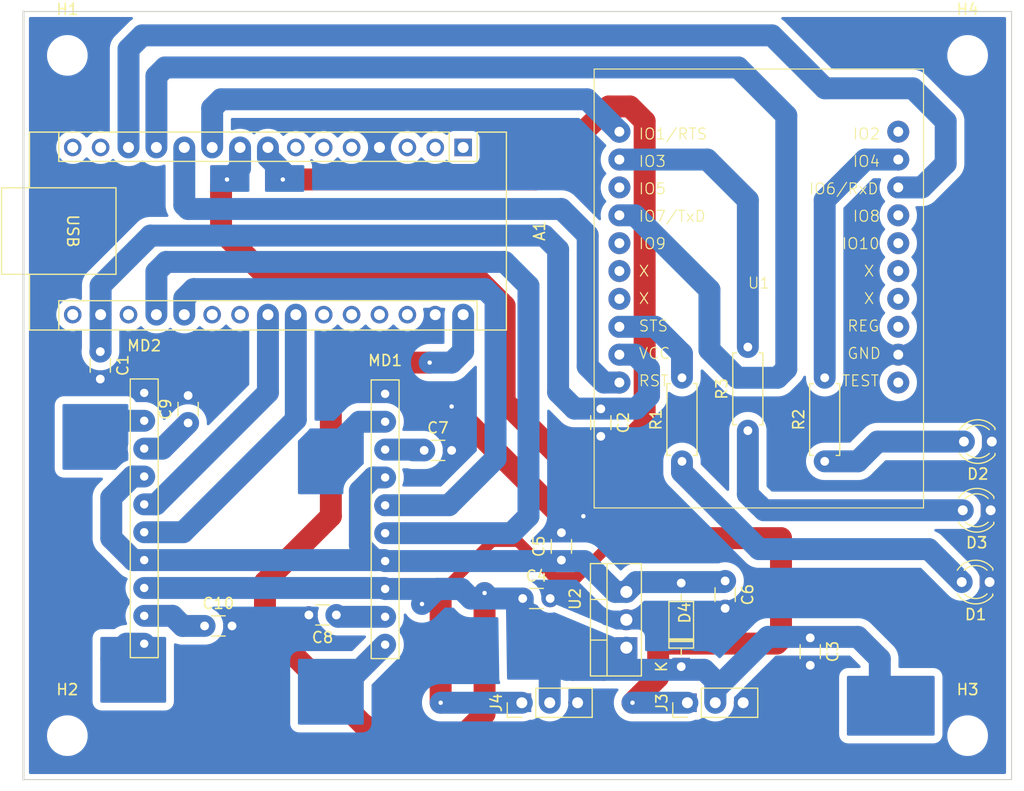
<source format=kicad_pcb>
(kicad_pcb (version 20221018) (generator pcbnew)
  (layers (0 "F.Cu" signal) (31 "B.Cu" signal) (34 "B.Paste" user) (35 "F.Paste" user) (36 "B.SilkS" user "B.Silkscreen") (37 "F.SilkS" user "F.Silkscreen") (38 "B.Mask" user) (39 "F.Mask" user) (44 "Edge.Cuts" user))
  (net 0 "")
  (net 4 "+BATT")
  (net 8 "+3.3V")
  (net 11 "Net-(D1-A)")
  (net 12 "Net-(D2-A)")
  (net 13 "Net-(D3-A)")
  (net 14 "M1OUT1")
  (net 15 "BUSY")
  (net 17 "XMIT")
  (net 18 "SLEEP")
  (net 20 "RX920")
  (net 21 "TX920")
  (net 29 "STATUS")
  (net 30 "REG")
  (net 31 "GND")
  (net 32 "RESET")
  (net 34 "M1IN1")
  (net 35 "M1IN2")
  (net 36 "+5V")
  (net 37 "M1OUT2")
  (net 38 "M2OUT1")
  (net 39 "M2IN1")
  (net 40 "M2IN2")
  (net 41 "M2OUT2")
  (net 42 "SERVO1")
  (net 43 "SERVO2")
  (net 52 "Net-(MD1-CD1)")
  (net 53 "Net-(MD1-CD2)")
  (net 54 "Net-(MD2-CD1)")
  (net 55 "Net-(MD2-CD2)")
  (footprint "Resistor_THT:R_Axial_DIN0207_L6.3mm_D2.5mm_P7.62mm_Horizontal" (layer "F.Cu") (at 154.981387 101 90)
    (fp_text reference "R2" (at 3.81 -2.37 90) (layer "F.SilkS"))
    (fp_text value "R")
    (fp_line (start 0.54 -1.37) (end 7.08 -1.37) (stroke (width 0.12)) (layer "F.SilkS"))
    (fp_line (start 0.54 -1.04) (end 0.54 -1.37) (stroke (width 0.12)) (layer "F.SilkS"))
    (fp_line (start 0.54 1.04) (end 0.54 1.37) (stroke (width 0.12)) (layer "F.SilkS"))
    (fp_line (start 0.54 1.37) (end 7.08 1.37) (stroke (width 0.12)) (layer "F.SilkS"))
    (fp_line (start 7.08 -1.37) (end 7.08 -1.04) (stroke (width 0.12)) (layer "F.SilkS"))
    (fp_line (start 7.08 1.37) (end 7.08 1.04) (stroke (width 0.12)) (layer "F.SilkS"))
    (pad "1" thru_hole circle (at 0 0 90) (size 1.6 1.6) (drill 0.8) (layers "*.Cu" "*.Mask") (net 12 "Net-(D2-A)"))
    (pad "2" thru_hole oval (at 7.62 0 90) (size 1.6 1.6) (drill 0.8) (layers "*.Cu" "*.Mask") (net 18 "SLEEP"))
  )
  (footprint "BA6222:BA6222" (layer "F.Cu") (at 93 92.22)
    (fp_text reference "MD2" (at 0 -1.76 unlocked) (layer "F.SilkS"))
    (fp_text value "~")
    (fp_rect (start -1.27 1.27) (end 1.27 26.67) (stroke (width 0.12)) (fill none) (layer "F.SilkS"))
    (pad "1" thru_hole circle (at 0 2.54) (size 1.524 1.524) (drill 0.762) (layers "*.Cu" "*.Mask") (net 31 "GND"))
    (pad "2" thru_hole circle (at 0 5.08) (size 1.524 1.524) (drill 0.762) (layers "*.Cu" "*.Mask") (net 38 "M2OUT1"))
    (pad "3" thru_hole circle (at 0 7.62) (size 1.524 1.524) (drill 0.762) (layers "*.Cu" "*.Mask") (net 54 "Net-(MD2-CD1)"))
    (pad "4" thru_hole circle (at 0 10.16) (size 1.524 1.524) (drill 0.762) (layers "*.Cu" "*.Mask") (net 36 "+5V"))
    (pad "5" thru_hole circle (at 0 12.7) (size 1.524 1.524) (drill 0.762) (layers "*.Cu" "*.Mask") (net 39 "M2IN1"))
    (pad "6" thru_hole circle (at 0 15.24) (size 1.524 1.524) (drill 0.762) (layers "*.Cu" "*.Mask") (net 40 "M2IN2"))
    (pad "7" thru_hole circle (at 0 17.78) (size 1.524 1.524) (drill 0.762) (layers "*.Cu" "*.Mask") (net 36 "+5V"))
    (pad "8" thru_hole circle (at 0 20.32) (size 1.524 1.524) (drill 0.762) (layers "*.Cu" "*.Mask") (net 4 "+BATT"))
    (pad "9" thru_hole circle (at 0 22.86) (size 1.524 1.524) (drill 0.762) (layers "*.Cu" "*.Mask") (net 55 "Net-(MD2-CD2)"))
    (pad "10" thru_hole circle (at 0 25.4) (size 1.524 1.524) (drill 0.762) (layers "*.Cu" "*.Mask") (net 41 "M2OUT2"))
  )
  (footprint "Module:Arduino_Nano" (layer "F.Cu") (at 122.05 72.39 -90)
    (fp_text reference "A1" (at 7.61 -6.95 90) (layer "F.SilkS"))
    (fp_text value "Arduino_Nano_Every")
    (fp_text user "USB" (at 7.62 35.56 -90 unlocked) (layer "F.SilkS"))
    (fp_line (start -1.4 -3.94) (end -1.4 -1.27) (stroke (width 0.12)) (layer "F.SilkS"))
    (fp_line (start -1.4 1.27) (end -1.4 39.5) (stroke (width 0.12)) (layer "F.SilkS"))
    (fp_line (start -1.4 39.5) (end 3.68 39.5) (stroke (width 0.12)) (layer "F.SilkS"))
    (fp_line (start 1.27 -1.27) (end -1.4 -1.27) (stroke (width 0.12)) (layer "F.SilkS"))
    (fp_line (start 1.27 1.27) (end -1.4 1.27) (stroke (width 0.12)) (layer "F.SilkS"))
    (fp_line (start 1.27 1.27) (end 1.27 -1.27) (stroke (width 0.12)) (layer "F.SilkS"))
    (fp_line (start 1.27 1.27) (end 1.27 36.83) (stroke (width 0.12)) (layer "F.SilkS"))
    (fp_line (start 1.27 36.83) (end -1.4 36.83) (stroke (width 0.12)) (layer "F.SilkS"))
    (fp_line (start 3.68 31.62) (end 11.56 31.62) (stroke (width 0.12)) (layer "F.SilkS"))
    (fp_line (start 3.68 42.04) (end 3.68 31.62) (stroke (width 0.12)) (layer "F.SilkS"))
    (fp_line (start 11.56 31.62) (end 11.56 42.04) (stroke (width 0.12)) (layer "F.SilkS"))
    (fp_line (start 11.56 42.04) (end 3.68 42.04) (stroke (width 0.12)) (layer "F.SilkS"))
    (fp_line (start 13.97 -1.27) (end 13.97 36.83) (stroke (width 0.12)) (layer "F.SilkS"))
    (fp_line (start 13.97 -1.27) (end 16.64 -1.27) (stroke (width 0.12)) (layer "F.SilkS"))
    (fp_line (start 13.97 36.83) (end 16.64 36.83) (stroke (width 0.12)) (layer "F.SilkS"))
    (fp_line (start 16.64 -3.94) (end -1.4 -3.94) (stroke (width 0.12)) (layer "F.SilkS"))
    (fp_line (start 16.64 39.5) (end 11.56 39.5) (stroke (width 0.12)) (layer "F.SilkS"))
    (fp_line (start 16.64 39.5) (end 16.64 -3.94) (stroke (width 0.12)) (layer "F.SilkS"))
    (pad "1" thru_hole rect (at 0 0 270) (size 1.6 1.6) (drill 1) (layers "*.Cu" "*.Mask"))
    (pad "2" thru_hole oval (at 0 2.54 270) (size 1.6 1.6) (drill 1) (layers "*.Cu" "*.Mask"))
    (pad "3" thru_hole oval (at 0 5.08 270) (size 1.6 1.6) (drill 1) (layers "*.Cu" "*.Mask"))
    (pad "4" thru_hole oval (at 0 7.62 270) (size 1.6 1.6) (drill 1) (layers "*.Cu" "*.Mask") (net 31 "GND"))
    (pad "5" thru_hole oval (at 0 10.16 270) (size 1.6 1.6) (drill 1) (layers "*.Cu" "*.Mask"))
    (pad "6" thru_hole oval (at 0 12.7 270) (size 1.6 1.6) (drill 1) (layers "*.Cu" "*.Mask"))
    (pad "7" thru_hole oval (at 0 15.24 270) (size 1.6 1.6) (drill 1) (layers "*.Cu" "*.Mask"))
    (pad "8" thru_hole oval (at 0 17.78 270) (size 1.6 1.6) (drill 1) (layers "*.Cu" "*.Mask") (net 42 "SERVO1"))
    (pad "9" thru_hole oval (at 0 20.32 270) (size 1.6 1.6) (drill 1) (layers "*.Cu" "*.Mask") (net 43 "SERVO2"))
    (pad "10" thru_hole oval (at 0 22.86 270) (size 1.6 1.6) (drill 1) (layers "*.Cu" "*.Mask") (net 15 "BUSY"))
    (pad "11" thru_hole oval (at 0 25.4 270) (size 1.6 1.6) (drill 1) (layers "*.Cu" "*.Mask") (net 32 "RESET"))
    (pad "12" thru_hole oval (at 0 27.94 270) (size 1.6 1.6) (drill 1) (layers "*.Cu" "*.Mask") (net 21 "TX920"))
    (pad "13" thru_hole oval (at 0 30.48 270) (size 1.6 1.6) (drill 1) (layers "*.Cu" "*.Mask") (net 20 "RX920"))
    (pad "14" thru_hole oval (at 0 33.02 270) (size 1.6 1.6) (drill 1) (layers "*.Cu" "*.Mask"))
    (pad "15" thru_hole oval (at 0 35.56 270) (size 1.6 1.6) (drill 1) (layers "*.Cu" "*.Mask"))
    (pad "16" thru_hole oval (at 15.24 35.56 270) (size 1.6 1.6) (drill 1) (layers "*.Cu" "*.Mask"))
    (pad "17" thru_hole oval (at 15.24 33.02 270) (size 1.6 1.6) (drill 1) (layers "*.Cu" "*.Mask") (net 8 "+3.3V"))
    (pad "18" thru_hole oval (at 15.24 30.48 270) (size 1.6 1.6) (drill 1) (layers "*.Cu" "*.Mask"))
    (pad "19" thru_hole oval (at 15.24 27.94 270) (size 1.6 1.6) (drill 1) (layers "*.Cu" "*.Mask") (net 35 "M1IN2"))
    (pad "20" thru_hole oval (at 15.24 25.4 270) (size 1.6 1.6) (drill 1) (layers "*.Cu" "*.Mask") (net 34 "M1IN1"))
    (pad "21" thru_hole oval (at 15.24 22.86 270) (size 1.6 1.6) (drill 1) (layers "*.Cu" "*.Mask"))
    (pad "22" thru_hole oval (at 15.24 20.32 270) (size 1.6 1.6) (drill 1) (layers "*.Cu" "*.Mask"))
    (pad "23" thru_hole oval (at 15.24 17.78 270) (size 1.6 1.6) (drill 1) (layers "*.Cu" "*.Mask") (net 39 "M2IN1"))
    (pad "24" thru_hole oval (at 15.24 15.24 270) (size 1.6 1.6) (drill 1) (layers "*.Cu" "*.Mask") (net 40 "M2IN2"))
    (pad "25" thru_hole oval (at 15.24 12.7 270) (size 1.6 1.6) (drill 1) (layers "*.Cu" "*.Mask"))
    (pad "26" thru_hole oval (at 15.24 10.16 270) (size 1.6 1.6) (drill 1) (layers "*.Cu" "*.Mask"))
    (pad "27" thru_hole oval (at 15.24 7.62 270) (size 1.6 1.6) (drill 1) (layers "*.Cu" "*.Mask"))
    (pad "28" thru_hole oval (at 15.24 5.08 270) (size 1.6 1.6) (drill 1) (layers "*.Cu" "*.Mask"))
    (pad "29" thru_hole oval (at 15.24 2.54 270) (size 1.6 1.6) (drill 1) (layers "*.Cu" "*.Mask") (net 31 "GND"))
    (pad "30" thru_hole oval (at 15.24 0 270) (size 1.6 1.6) (drill 1) (layers "*.Cu" "*.Mask") (net 4 "+BATT"))
  )
  (footprint "Capacitor_THT:C_Disc_D3.0mm_W1.6mm_P2.50mm" (layer "F.Cu") (at 118.5 100)
    (fp_text reference "C7" (at 1.25 -2.05) (layer "F.SilkS"))
    (fp_text value "C")
    (fp_line (start 0.621 -0.92) (end 1.879 -0.92) (stroke (width 0.12)) (layer "F.SilkS"))
    (fp_line (start 0.621 0.92) (end 1.879 0.92) (stroke (width 0.12)) (layer "F.SilkS"))
    (pad "1" thru_hole circle (at 0 0) (size 1.6 1.6) (drill 0.8) (layers "*.Cu" "*.Mask") (net 52 "Net-(MD1-CD1)"))
    (pad "2" thru_hole circle (at 2.5 0) (size 1.6 1.6) (drill 0.8) (layers "*.Cu" "*.Mask") (net 31 "GND"))
  )
  (footprint "Resistor_THT:R_Axial_DIN0207_L6.3mm_D2.5mm_P7.62mm_Horizontal" (layer "F.Cu") (at 147.981387 98.2 90)
    (fp_text reference "R3" (at 3.81 -2.37 90) (layer "F.SilkS"))
    (fp_text value "R")
    (fp_line (start 0.54 -1.37) (end 7.08 -1.37) (stroke (width 0.12)) (layer "F.SilkS"))
    (fp_line (start 0.54 -1.04) (end 0.54 -1.37) (stroke (width 0.12)) (layer "F.SilkS"))
    (fp_line (start 0.54 1.04) (end 0.54 1.37) (stroke (width 0.12)) (layer "F.SilkS"))
    (fp_line (start 0.54 1.37) (end 7.08 1.37) (stroke (width 0.12)) (layer "F.SilkS"))
    (fp_line (start 7.08 -1.37) (end 7.08 -1.04) (stroke (width 0.12)) (layer "F.SilkS"))
    (fp_line (start 7.08 1.37) (end 7.08 1.04) (stroke (width 0.12)) (layer "F.SilkS"))
    (pad "1" thru_hole circle (at 0 0 90) (size 1.6 1.6) (drill 0.8) (layers "*.Cu" "*.Mask") (net 13 "Net-(D3-A)"))
    (pad "2" thru_hole oval (at 7.62 0 90) (size 1.6 1.6) (drill 0.8) (layers "*.Cu" "*.Mask") (net 17 "XMIT"))
  )
  (footprint "Capacitor_THT:C_Disc_D3.0mm_W1.6mm_P2.50mm" (layer "F.Cu") (at 153.664332 117.08739 -90)
    (fp_text reference "C3" (at 1.25 -2.05 90) (layer "F.SilkS"))
    (fp_text value "0.1μ")
    (fp_line (start 0.621 -0.92) (end 1.879 -0.92) (stroke (width 0.12)) (layer "F.SilkS"))
    (fp_line (start 0.621 0.92) (end 1.879 0.92) (stroke (width 0.12)) (layer "F.SilkS"))
    (pad "1" thru_hole circle (at 0 0 270) (size 1.6 1.6) (drill 0.8) (layers "*.Cu" "*.Mask") (net 4 "+BATT"))
    (pad "2" thru_hole circle (at 2.5 0 270) (size 1.6 1.6) (drill 0.8) (layers "*.Cu" "*.Mask") (net 31 "GND"))
  )
  (footprint "Capacitor_THT:C_Disc_D3.0mm_W1.6mm_P2.50mm" (layer "F.Cu") (at 110.5 115 180)
    (fp_text reference "C8" (at 1.25 -2.05 180) (layer "F.SilkS"))
    (fp_text value "C")
    (fp_line (start 0.621 -0.92) (end 1.879 -0.92) (stroke (width 0.12)) (layer "F.SilkS"))
    (fp_line (start 0.621 0.92) (end 1.879 0.92) (stroke (width 0.12)) (layer "F.SilkS"))
    (pad "1" thru_hole circle (at 0 0 180) (size 1.6 1.6) (drill 0.8) (layers "*.Cu" "*.Mask") (net 53 "Net-(MD1-CD2)"))
    (pad "2" thru_hole circle (at 2.5 0 180) (size 1.6 1.6) (drill 0.8) (layers "*.Cu" "*.Mask") (net 31 "GND"))
  )
  (footprint "MountingHole:MountingHole_3.2mm_M3" (layer "F.Cu") (at 86 126)
    (fp_text reference "H2" (at 0 -4.2) (layer "F.SilkS"))
    (fp_text value "MountingHole")
    (pad "" np_thru_hole circle (at 0 0) (size 3.2 3.2) (drill 3.2) (layers "*.Cu" "*.Mask"))
  )
  (footprint "Capacitor_THT:C_Disc_D3.0mm_W1.6mm_P2.50mm" (layer "F.Cu") (at 127.475 113.5)
    (fp_text reference "C4" (at 1.25 -2.05) (layer "F.SilkS"))
    (fp_text value "10μ")
    (fp_line (start 0.621 -0.92) (end 1.879 -0.92) (stroke (width 0.12)) (layer "F.SilkS"))
    (fp_line (start 0.621 0.92) (end 1.879 0.92) (stroke (width 0.12)) (layer "F.SilkS"))
    (pad "1" thru_hole circle (at 0 0) (size 1.6 1.6) (drill 0.8) (layers "*.Cu" "*.Mask") (net 4 "+BATT"))
    (pad "2" thru_hole circle (at 2.5 0) (size 1.6 1.6) (drill 0.8) (layers "*.Cu" "*.Mask") (net 31 "GND"))
  )
  (footprint "Capacitor_THT:C_Disc_D3.0mm_W1.6mm_P2.50mm" (layer "F.Cu") (at 145.91396 111.89896 -90)
    (fp_text reference "C6" (at 1.25 -2.05 90) (layer "F.SilkS"))
    (fp_text value "0.1μ")
    (fp_line (start 0.621 -0.92) (end 1.879 -0.92) (stroke (width 0.12)) (layer "F.SilkS"))
    (fp_line (start 0.621 0.92) (end 1.879 0.92) (stroke (width 0.12)) (layer "F.SilkS"))
    (pad "1" thru_hole circle (at 0 0 270) (size 1.6 1.6) (drill 0.8) (layers "*.Cu" "*.Mask") (net 36 "+5V"))
    (pad "2" thru_hole circle (at 2.5 0 270) (size 1.6 1.6) (drill 0.8) (layers "*.Cu" "*.Mask") (net 31 "GND"))
  )
  (footprint "Connector_PinHeader_2.54mm:PinHeader_1x03_P2.54mm_Vertical" (layer "F.Cu") (at 142.475 123 90)
    (fp_text reference "J3" (at 0 -2.33 90) (layer "F.SilkS"))
    (fp_text value "Conn_01x03")
    (fp_line (start -1.33 -1.33) (end 0 -1.33) (stroke (width 0.12)) (layer "F.SilkS"))
    (fp_line (start -1.33 0) (end -1.33 -1.33) (stroke (width 0.12)) (layer "F.SilkS"))
    (fp_line (start -1.33 1.27) (end -1.33 6.41) (stroke (width 0.12)) (layer "F.SilkS"))
    (fp_line (start -1.33 1.27) (end 1.33 1.27) (stroke (width 0.12)) (layer "F.SilkS"))
    (fp_line (start -1.33 6.41) (end 1.33 6.41) (stroke (width 0.12)) (layer "F.SilkS"))
    (fp_line (start 1.33 1.27) (end 1.33 6.41) (stroke (width 0.12)) (layer "F.SilkS"))
    (pad "1" thru_hole rect (at 0 0 90) (size 1.7 1.7) (drill 1) (layers "*.Cu" "*.Mask") (net 42 "SERVO1"))
    (pad "2" thru_hole oval (at 0 2.54 90) (size 1.7 1.7) (drill 1) (layers "*.Cu" "*.Mask") (net 4 "+BATT"))
    (pad "3" thru_hole oval (at 0 5.08 90) (size 1.7 1.7) (drill 1) (layers "*.Cu" "*.Mask") (net 31 "GND"))
  )
  (footprint "Capacitor_THT:C_Disc_D3.0mm_W1.6mm_P2.50mm" (layer "F.Cu") (at 98.5 116)
    (fp_text reference "C10" (at 1.25 -2.05) (layer "F.SilkS"))
    (fp_text value "C")
    (fp_line (start 0.621 -0.92) (end 1.879 -0.92) (stroke (width 0.12)) (layer "F.SilkS"))
    (fp_line (start 0.621 0.92) (end 1.879 0.92) (stroke (width 0.12)) (layer "F.SilkS"))
    (pad "1" thru_hole circle (at 0 0) (size 1.6 1.6) (drill 0.8) (layers "*.Cu" "*.Mask") (net 55 "Net-(MD2-CD2)"))
    (pad "2" thru_hole circle (at 2.5 0) (size 1.6 1.6) (drill 0.8) (layers "*.Cu" "*.Mask") (net 31 "GND"))
  )
  (footprint "MountingHole:MountingHole_3.2mm_M3" (layer "F.Cu") (at 86 64)
    (fp_text reference "H1" (at 0 -4.2) (layer "F.SilkS"))
    (fp_text value "MountingHole")
    (pad "" np_thru_hole circle (at 0 0) (size 3.2 3.2) (drill 3.2) (layers "*.Cu" "*.Mask"))
  )
  (footprint "Capacitor_THT:C_Disc_D3.0mm_W1.6mm_P2.50mm" (layer "F.Cu") (at 89 91 -90)
    (fp_text reference "C1" (at 1.25 -2.05 -90) (layer "F.SilkS"))
    (fp_text value "10μ")
    (fp_line (start 0.621 -0.92) (end 1.879 -0.92) (stroke (width 0.12)) (layer "F.SilkS"))
    (fp_line (start 0.621 0.92) (end 1.879 0.92) (stroke (width 0.12)) (layer "F.SilkS"))
    (pad "1" thru_hole circle (at 0 0 270) (size 1.6 1.6) (drill 0.8) (layers "*.Cu" "*.Mask") (net 8 "+3.3V"))
    (pad "2" thru_hole circle (at 2.5 0 270) (size 1.6 1.6) (drill 0.8) (layers "*.Cu" "*.Mask") (net 31 "GND"))
  )
  (footprint "MountingHole:MountingHole_3.2mm_M3" (layer "F.Cu") (at 168 126)
    (fp_text reference "H3" (at 0 -4.2) (layer "F.SilkS"))
    (fp_text value "MountingHole")
    (pad "" np_thru_hole circle (at 0 0) (size 3.2 3.2) (drill 3.2) (layers "*.Cu" "*.Mask"))
  )
  (footprint "Connector_PinHeader_2.54mm:PinHeader_1x03_P2.54mm_Vertical" (layer "F.Cu") (at 127.395 123 90)
    (fp_text reference "J4" (at 0 -2.33 90) (layer "F.SilkS"))
    (fp_text value "Conn_01x03")
    (fp_line (start -1.33 -1.33) (end 0 -1.33) (stroke (width 0.12)) (layer "F.SilkS"))
    (fp_line (start -1.33 0) (end -1.33 -1.33) (stroke (width 0.12)) (layer "F.SilkS"))
    (fp_line (start -1.33 1.27) (end -1.33 6.41) (stroke (width 0.12)) (layer "F.SilkS"))
    (fp_line (start -1.33 1.27) (end 1.33 1.27) (stroke (width 0.12)) (layer "F.SilkS"))
    (fp_line (start -1.33 6.41) (end 1.33 6.41) (stroke (width 0.12)) (layer "F.SilkS"))
    (fp_line (start 1.33 1.27) (end 1.33 6.41) (stroke (width 0.12)) (layer "F.SilkS"))
    (pad "1" thru_hole rect (at 0 0 90) (size 1.7 1.7) (drill 1) (layers "*.Cu" "*.Mask") (net 43 "SERVO2"))
    (pad "2" thru_hole oval (at 0 2.54 90) (size 1.7 1.7) (drill 1) (layers "*.Cu" "*.Mask") (net 4 "+BATT"))
    (pad "3" thru_hole oval (at 0 5.08 90) (size 1.7 1.7) (drill 1) (layers "*.Cu" "*.Mask") (net 31 "GND"))
  )
  (footprint "Capacitor_THT:C_Disc_D3.0mm_W1.6mm_P2.50mm" (layer "F.Cu") (at 134.588652 96.21792 -90)
    (fp_text reference "C2" (at 1.25 -2.05 90) (layer "F.SilkS"))
    (fp_text value "0.1μ")
    (fp_line (start 0.621 -0.92) (end 1.879 -0.92) (stroke (width 0.12)) (layer "F.SilkS"))
    (fp_line (start 0.621 0.92) (end 1.879 0.92) (stroke (width 0.12)) (layer "F.SilkS"))
    (pad "1" thru_hole circle (at 0 0 270) (size 1.6 1.6) (drill 0.8) (layers "*.Cu" "*.Mask") (net 8 "+3.3V"))
    (pad "2" thru_hole circle (at 2.5 0 270) (size 1.6 1.6) (drill 0.8) (layers "*.Cu" "*.Mask") (net 31 "GND"))
  )
  (footprint "Resistor_THT:R_Axial_DIN0207_L6.3mm_D2.5mm_P7.62mm_Horizontal" (layer "F.Cu") (at 141.981387 101 90)
    (fp_text reference "R1" (at 3.81 -2.37 90) (layer "F.SilkS"))
    (fp_text value "R")
    (fp_line (start 0.54 -1.37) (end 7.08 -1.37) (stroke (width 0.12)) (layer "F.SilkS"))
    (fp_line (start 0.54 -1.04) (end 0.54 -1.37) (stroke (width 0.12)) (layer "F.SilkS"))
    (fp_line (start 0.54 1.04) (end 0.54 1.37) (stroke (width 0.12)) (layer "F.SilkS"))
    (fp_line (start 0.54 1.37) (end 7.08 1.37) (stroke (width 0.12)) (layer "F.SilkS"))
    (fp_line (start 7.08 -1.37) (end 7.08 -1.04) (stroke (width 0.12)) (layer "F.SilkS"))
    (fp_line (start 7.08 1.37) (end 7.08 1.04) (stroke (width 0.12)) (layer "F.SilkS"))
    (pad "1" thru_hole circle (at 0 0 90) (size 1.6 1.6) (drill 0.8) (layers "*.Cu" "*.Mask") (net 11 "Net-(D1-A)"))
    (pad "2" thru_hole oval (at 7.62 0 90) (size 1.6 1.6) (drill 0.8) (layers "*.Cu" "*.Mask") (net 29 "STATUS"))
  )
  (footprint "LED_THT:LED_D3.0mm" (layer "F.Cu") (at 170.202161 99.196457 180)
    (fp_text reference "D2" (at 1.27 -2.96) (layer "F.SilkS"))
    (fp_text value "LED")
    (fp_line (start -0.29 -1.236) (end -0.29 -1.08) (stroke (width 0.12)) (layer "F.SilkS"))
    (fp_line (start -0.29 1.08) (end -0.29 1.236) (stroke (width 0.12)) (layer "F.SilkS"))
    (fp_arc (start -0.29 -1.235516) (mid 1.366487 -1.987659) (end 2.942335 -1.078608) (stroke (width 0.12)) (layer "F.SilkS"))
    (fp_arc (start 0.229039 -1.08) (mid 1.270117 -1.5) (end 2.31113 -1.079837) (stroke (width 0.12)) (layer "F.SilkS"))
    (fp_arc (start 2.31113 1.079837) (mid 1.270117 1.5) (end 0.229039 1.08) (stroke (width 0.12)) (layer "F.SilkS"))
    (fp_arc (start 2.942335 1.078608) (mid 1.366487 1.987659) (end -0.29 1.235516) (stroke (width 0.12)) (layer "F.SilkS"))
    (pad "1" thru_hole rect (at 0 0 180) (size 1.8 1.8) (drill 0.9) (layers "*.Cu" "*.Mask") (net 31 "GND"))
    (pad "2" thru_hole circle (at 2.54 0 180) (size 1.8 1.8) (drill 0.9) (layers "*.Cu" "*.Mask") (net 12 "Net-(D2-A)"))
  )
  (footprint "Diode_THT:D_DO-35_SOD27_P7.62mm_Horizontal" (layer "F.Cu") (at 141.91396 119.70896 90)
    (fp_text reference "D4" (at 4.91104 0.31896 90) (layer "F.SilkS"))
    (fp_text value "D")
    (fp_text user "K" (at 0 -1.8 90) (layer "F.SilkS"))
    (fp_line (start 1.04 0) (end 1.69 0) (stroke (width 0.12)) (layer "F.SilkS"))
    (fp_line (start 1.69 -1.12) (end 1.69 1.12) (stroke (width 0.12)) (layer "F.SilkS"))
    (fp_line (start 1.69 1.12) (end 5.93 1.12) (stroke (width 0.12)) (layer "F.SilkS"))
    (fp_line (start 2.29 -1.12) (end 2.29 1.12) (stroke (width 0.12)) (layer "F.SilkS"))
    (fp_line (start 2.41 -1.12) (end 2.41 1.12) (stroke (width 0.12)) (layer "F.SilkS"))
    (fp_line (start 2.53 -1.12) (end 2.53 1.12) (stroke (width 0.12)) (layer "F.SilkS"))
    (fp_line (start 5.93 -1.12) (end 1.69 -1.12) (stroke (width 0.12)) (layer "F.SilkS"))
    (fp_line (start 5.93 1.12) (end 5.93 -1.12) (stroke (width 0.12)) (layer "F.SilkS"))
    (fp_line (start 6.58 0) (end 5.93 0) (stroke (width 0.12)) (layer "F.SilkS"))
    (pad "1" thru_hole rect (at 0 0 90) (size 1.6 1.6) (drill 0.8) (layers "*.Cu" "*.Mask") (net 4 "+BATT"))
    (pad "2" thru_hole oval (at 7.62 0 90) (size 1.6 1.6) (drill 0.8) (layers "*.Cu" "*.Mask") (net 36 "+5V"))
  )
  (footprint "Capacitor_THT:C_Disc_D3.0mm_W1.6mm_P2.50mm" (layer "F.Cu") (at 97 97.5 90)
    (fp_text reference "C9" (at 1.25 -2.05 90) (layer "F.SilkS"))
    (fp_text value "C")
    (fp_line (start 0.621 -0.92) (end 1.879 -0.92) (stroke (width 0.12)) (layer "F.SilkS"))
    (fp_line (start 0.621 0.92) (end 1.879 0.92) (stroke (width 0.12)) (layer "F.SilkS"))
    (pad "1" thru_hole circle (at 0 0 90) (size 1.6 1.6) (drill 0.8) (layers "*.Cu" "*.Mask") (net 54 "Net-(MD2-CD1)"))
    (pad "2" thru_hole circle (at 2.5 0 90) (size 1.6 1.6) (drill 0.8) (layers "*.Cu" "*.Mask") (net 31 "GND"))
  )
  (footprint "Package_TO_SOT_THT:TO-220-3_Vertical" (layer "F.Cu") (at 136.91396 117.97896 90)
    (fp_text reference "U2" (at 4.444121 -4.664564 90) (layer "F.SilkS"))
    (fp_text value "LM7805_TO220")
    (fp_line (start -2.58 -3.27) (end -2.58 1.371) (stroke (width 0.12)) (layer "F.SilkS"))
    (fp_line (start -2.58 -3.27) (end 7.66 -3.27) (stroke (width 0.12)) (layer "F.SilkS"))
    (fp_line (start -2.58 -1.76) (end 7.66 -1.76) (stroke (width 0.12)) (layer "F.SilkS"))
    (fp_line (start -2.58 1.371) (end 7.66 1.371) (stroke (width 0.12)) (layer "F.SilkS"))
    (fp_line (start 0.69 -3.27) (end 0.69 -1.76) (stroke (width 0.12)) (layer "F.SilkS"))
    (fp_line (start 4.391 -3.27) (end 4.391 -1.76) (stroke (width 0.12)) (layer "F.SilkS"))
    (fp_line (start 7.66 -3.27) (end 7.66 1.371) (stroke (width 0.12)) (layer "F.SilkS"))
    (pad "1" thru_hole rect (at 0 0 90) (size 1.905 2) (drill 1.1) (layers "*.Cu" "*.Mask") (net 4 "+BATT"))
    (pad "2" thru_hole oval (at 2.54 0 90) (size 1.905 2) (drill 1.1) (layers "*.Cu" "*.Mask") (net 31 "GND"))
    (pad "3" thru_hole oval (at 5.08 0 90) (size 1.905 2) (drill 1.1) (layers "*.Cu" "*.Mask") (net 36 "+5V"))
  )
  (footprint "LED_THT:LED_D3.0mm" (layer "F.Cu") (at 170.097255 105.45775 180)
    (fp_text reference "D3" (at 1.27 -2.96) (layer "F.SilkS"))
    (fp_text value "LED")
    (fp_line (start -0.29 -1.236) (end -0.29 -1.08) (stroke (width 0.12)) (layer "F.SilkS"))
    (fp_line (start -0.29 1.08) (end -0.29 1.236) (stroke (width 0.12)) (layer "F.SilkS"))
    (fp_arc (start -0.29 -1.235516) (mid 1.366487 -1.987659) (end 2.942335 -1.078608) (stroke (width 0.12)) (layer "F.SilkS"))
    (fp_arc (start 0.229039 -1.08) (mid 1.270117 -1.5) (end 2.31113 -1.079837) (stroke (width 0.12)) (layer "F.SilkS"))
    (fp_arc (start 2.31113 1.079837) (mid 1.270117 1.5) (end 0.229039 1.08) (stroke (width 0.12)) (layer "F.SilkS"))
    (fp_arc (start 2.942335 1.078608) (mid 1.366487 1.987659) (end -0.29 1.235516) (stroke (width 0.12)) (layer "F.SilkS"))
    (pad "1" thru_hole rect (at 0 0 180) (size 1.8 1.8) (drill 0.9) (layers "*.Cu" "*.Mask") (net 31 "GND"))
    (pad "2" thru_hole circle (at 2.54 0 180) (size 1.8 1.8) (drill 0.9) (layers "*.Cu" "*.Mask") (net 13 "Net-(D3-A)"))
  )
  (footprint "MountingHole:MountingHole_3.2mm_M3" (layer "F.Cu") (at 168 64)
    (fp_text reference "H4" (at 0 -4.2) (layer "F.SilkS"))
    (fp_text value "MountingHole")
    (pad "" np_thru_hole circle (at 0 0) (size 3.2 3.2) (drill 3.2) (layers "*.Cu" "*.Mask"))
  )
  (footprint "interplan:IM920c-ADP_1" (layer "F.Cu") (at 148.981387 85.245)
    (fp_text reference "U1" (at 0 -0.5 unlocked) (layer "F.SilkS") (effects (font (thickness 0.1))))
    (fp_text value "IM920sL")
    (fp_text user "STS" (at -11 4 unlocked) (layer "F.SilkS") (effects (font (thickness 0.1)) (justify left bottom)))
    (fp_text user "IO3" (at -11 -11 unlocked) (layer "F.SilkS") (effects (font (thickness 0.1)) (justify left bottom)))
    (fp_text user "IO10" (at 7.5 -3.5 unlocked) (layer "F.SilkS") (effects (font (thickness 0.1)) (justify left bottom)))
    (fp_text user "X" (at 9.5 -1 unlocked) (layer "F.SilkS") (effects (font (thickness 0.1)) (justify left bottom)))
    (fp_text user "IO6/RxD" (at 4.5 -8.5 unlocked) (layer "F.SilkS") (effects (font (thickness 0.1)) (justify left bottom)))
    (fp_text user "IO4" (at 8.5 -11 unlocked) (layer "F.SilkS") (effects (font (thickness 0.1)) (justify left bottom)))
    (fp_text user "IO1/RTS" (at -11 -13.5 unlocked) (layer "F.SilkS") (effects (font (thickness 0.1)) (justify left bottom)))
    (fp_text user "REG" (at 8 4 unlocked) (layer "F.SilkS") (effects (font (thickness 0.1)) (justify left bottom)))
    (fp_text user "X" (at 9.5 1.5 unlocked) (layer "F.SilkS") (effects (font (thickness 0.1)) (justify left bottom)))
    (fp_text user "IO8" (at 8.5 -6 unlocked) (layer "F.SilkS") (effects (font (thickness 0.1)) (justify left bottom)))
    (fp_text user "X" (at -11 1.5 unlocked) (layer "F.SilkS") (effects (font (thickness 0.1)) (justify left bottom)))
    (fp_text user "IO5" (at -11 -8.5 unlocked) (layer "F.SilkS") (effects (font (thickness 0.1)) (justify left bottom)))
    (fp_text user "IO2" (at 8.5 -13.5 unlocked) (layer "F.SilkS") (effects (font (thickness 0.1)) (justify left bottom)))
    (fp_text user "IO7/TxD" (at -11 -6 unlocked) (layer "F.SilkS") (effects (font (thickness 0.1)) (justify left bottom)))
    (fp_text user "GND" (at 8 6.5 unlocked) (layer "F.SilkS") (effects (font (thickness 0.1)) (justify left bottom)))
    (fp_text user "VCC" (at -11 6.5 unlocked) (layer "F.SilkS") (effects (font (thickness 0.1)) (justify left bottom)))
    (fp_text user "X" (at -11 -1 unlocked) (layer "F.SilkS") (effects (font (thickness 0.1)) (justify left bottom)))
    (fp_text user "TEST" (at 7.5 9 unlocked) (layer "F.SilkS") (effects (font (thickness 0.1)) (justify left bottom)))
    (fp_text user "RST" (at -11 9 unlocked) (layer "F.SilkS") (effects (font (thickness 0.1)) (justify left bottom)))
    (fp_text user "IO9" (at -11 -3.5 unlocked) (layer "F.SilkS") (effects (font (thickness 0.1)) (justify left bottom)))
    (fp_line (start -15 -20) (end 15 -20) (stroke (width 0.1)) (layer "F.SilkS"))
    (fp_line (start -15 20) (end -15 -20) (stroke (width 0.1)) (layer "F.SilkS"))
    (fp_line (start -15 20) (end 15 20) (stroke (width 0.1)) (layer "F.SilkS"))
    (fp_line (start 15 20) (end 15 -20) (stroke (width 0.1)) (layer "F.SilkS"))
    (pad "1" thru_hole circle (at -12.7 -14.29) (size 2 2) (drill 0.9) (layers "*.Cu" "*.Mask") (net 15 "BUSY"))
    (pad "2" thru_hole circle (at 12.7 -14.29) (size 2 2) (drill 0.9) (layers "*.Cu" "*.Mask"))
    (pad "3" thru_hole circle (at -12.7 -11.75) (size 2 2) (drill 0.9) (layers "*.Cu" "*.Mask") (net 17 "XMIT"))
    (pad "4" thru_hole circle (at 12.7 -11.75) (size 2 2) (drill 0.9) (layers "*.Cu" "*.Mask") (net 18 "SLEEP"))
    (pad "5" thru_hole circle (at -12.7 -9.21) (size 2 2) (drill 0.9) (layers "*.Cu" "*.Mask"))
    (pad "6" thru_hole circle (at 12.7 -9.21) (size 2 2) (drill 0.9) (layers "*.Cu" "*.Mask") (net 20 "RX920"))
    (pad "7" thru_hole circle (at -12.7 -6.67) (size 2 2) (drill 0.9) (layers "*.Cu" "*.Mask") (net 21 "TX920"))
    (pad "8" thru_hole circle (at 12.7 -6.67) (size 2 2) (drill 0.9) (layers "*.Cu" "*.Mask"))
    (pad "9" thru_hole circle (at -12.7 -4.13) (size 2 2) (drill 0.9) (layers "*.Cu" "*.Mask"))
    (pad "10" thru_hole circle (at 12.7 -4.13) (size 2 2) (drill 0.9) (layers "*.Cu" "*.Mask"))
    (pad "11" thru_hole circle (at -12.7 -1.59) (size 2 2) (drill 0.9) (layers "*.Cu" "*.Mask"))
    (pad "12" thru_hole circle (at 12.7 -1.59) (size 2 2) (drill 0.9) (layers "*.Cu" "*.Mask"))
    (pad "13" thru_hole circle (at -12.7 0.95) (size 2 2) (drill 0.9) (layers "*.Cu" "*.Mask"))
    (pad "14" thru_hole circle (at 12.7 0.95) (size 2 2) (drill 0.9) (layers "*.Cu" "*.Mask"))
    (pad "15" thru_hole circle (at -12.7 3.49) (size 2 2) (drill 0.9) (layers "*.Cu" "*.Mask") (net 29 "STATUS"))
    (pad "16" thru_hole circle (at 12.7 3.49) (size 2 2) (drill 0.9) (layers "*.Cu" "*.Mask") (net 30 "REG"))
    (pad "17" thru_hole circle (at -12.7 6.03) (size 2 2) (drill 0.9) (layers "*.Cu" "*.Mask") (net 8 "+3.3V"))
    (pad "18" thru_hole circle (at 12.7 6.03) (size 2 2) (drill 0.9) (layers "*.Cu" "*.Mask") (net 31 "GND"))
    (pad "19" thru_hole circle (at -12.7 8.57) (size 2 2) (drill 0.9) (layers "*.Cu" "*.Mask") (net 32 "RESET"))
    (pad "20" thru_hole circle (at 12.7 8.57) (size 2 2) (drill 0.9) (layers "*.Cu" "*.Mask"))
  )
  (footprint "Capacitor_THT:C_Disc_D3.0mm_W1.6mm_P2.50mm" (layer "F.Cu") (at 131 110 90)
    (fp_text reference "C5" (at 1.25 -2.05 90) (layer "F.SilkS"))
    (fp_text value "10μ")
    (fp_line (start 0.621 -0.92) (end 1.879 -0.92) (stroke (width 0.12)) (layer "F.SilkS"))
    (fp_line (start 0.621 0.92) (end 1.879 0.92) (stroke (width 0.12)) (layer "F.SilkS"))
    (pad "1" thru_hole circle (at 0 0 90) (size 1.6 1.6) (drill 0.8) (layers "*.Cu" "*.Mask") (net 36 "+5V"))
    (pad "2" thru_hole circle (at 2.5 0 90) (size 1.6 1.6) (drill 0.8) (layers "*.Cu" "*.Mask") (net 31 "GND"))
  )
  (footprint "LED_THT:LED_D3.0mm" (layer "F.Cu") (at 170 112 180)
    (fp_text reference "D1" (at 1.27 -2.96) (layer "F.SilkS"))
    (fp_text value "LED")
    (fp_line (start -0.29 -1.236) (end -0.29 -1.08) (stroke (width 0.12)) (layer "F.SilkS"))
    (fp_line (start -0.29 1.08) (end -0.29 1.236) (stroke (width 0.12)) (layer "F.SilkS"))
    (fp_arc (start -0.29 -1.235516) (mid 1.366487 -1.987659) (end 2.942335 -1.078608) (stroke (width 0.12)) (layer "F.SilkS"))
    (fp_arc (start 0.229039 -1.08) (mid 1.270117 -1.5) (end 2.31113 -1.079837) (stroke (width 0.12)) (layer "F.SilkS"))
    (fp_arc (start 2.31113 1.079837) (mid 1.270117 1.5) (end 0.229039 1.08) (stroke (width 0.12)) (layer "F.SilkS"))
    (fp_arc (start 2.942335 1.078608) (mid 1.366487 1.987659) (end -0.29 1.235516) (stroke (width 0.12)) (layer "F.SilkS"))
    (pad "1" thru_hole rect (at 0 0 180) (size 1.8 1.8) (drill 0.9) (layers "*.Cu" "*.Mask") (net 31 "GND"))
    (pad "2" thru_hole circle (at 2.54 0 180) (size 1.8 1.8) (drill 0.9) (layers "*.Cu" "*.Mask") (net 11 "Net-(D1-A)"))
  )
  (footprint "BA6222:BA6222" (layer "F.Cu") (at 114.944037 92.307855)
    (fp_text reference "MD1" (at 0 -0.5 unlocked) (layer "F.SilkS"))
    (fp_text value "~")
    (fp_rect (start -1.27 1.27) (end 1.27 26.67) (stroke (width 0.12)) (fill none) (layer "F.SilkS"))
    (pad "1" thru_hole circle (at 0 2.54) (size 1.524 1.524) (drill 0.762) (layers "*.Cu" "*.Mask") (net 31 "GND"))
    (pad "2" thru_hole circle (at 0 5.08) (size 1.524 1.524) (drill 0.762) (layers "*.Cu" "*.Mask") (net 14 "M1OUT1"))
    (pad "3" thru_hole circle (at 0 7.62) (size 1.524 1.524) (drill 0.762) (layers "*.Cu" "*.Mask") (net 52 "Net-(MD1-CD1)"))
    (pad "4" thru_hole circle (at 0 10.16) (size 1.524 1.524) (drill 0.762) (layers "*.Cu" "*.Mask") (net 36 "+5V"))
    (pad "5" thru_hole circle (at 0 12.7) (size 1.524 1.524) (drill 0.762) (layers "*.Cu" "*.Mask") (net 34 "M1IN1"))
    (pad "6" thru_hole circle (at 0 15.24) (size 1.524 1.524) (drill 0.762) (layers "*.Cu" "*.Mask") (net 35 "M1IN2"))
    (pad "7" thru_hole circle (at 0 17.78) (size 1.524 1.524) (drill 0.762) (layers "*.Cu" "*.Mask") (net 36 "+5V"))
    (pad "8" thru_hole circle (at 0 20.32) (size 1.524 1.524) (drill 0.762) (layers "*.Cu" "*.Mask") (net 4 "+BATT"))
    (pad "9" thru_hole circle (at 0 22.86) (size 1.524 1.524) (drill 0.762) (layers "*.Cu" "*.Mask") (net 53 "Net-(MD1-CD2)"))
    (pad "10" thru_hole circle (at 0 25.4) (size 1.524 1.524) (drill 0.762) (layers "*.Cu" "*.Mask") (net 37 "M1OUT2"))
  )
  (gr_line (start 172 130) (end 172 60) (stroke (width 0.1)) (layer "Edge.Cuts"))
  (gr_line (start 82 60) (end 82 130) (stroke (width 0.2)) (layer "Edge.Cuts"))
  (gr_line (start 172 60) (end 82 60) (stroke (width 0.1)) (layer "Edge.Cuts"))
  (gr_line (start 82 130) (end 172 130) (stroke (width 0.1)) (layer "Edge.Cuts"))
  (segment (start 110 106) (end 110 92) (width 2) (layer "F.Cu") (net 4))
  (segment (start 124 124) (end 121 127) (width 2) (layer "F.Cu") (net 4))
  (segment (start 112.969849 125) (end 104 116.030151) (width 2) (layer "F.Cu") (net 4))
  (segment (start 113 125) (end 112.969849 125) (width 2) (layer "F.Cu") (net 4))
  (segment (start 104 112) (end 110 106) (width 2) (layer "F.Cu") (net 4))
  (segment (start 104 116.030151) (end 104 112) (width 2) (layer "F.Cu") (net 4))
  (segment (start 124 113) (end 124 124) (width 2) (layer "F.Cu") (net 4))
  (segment (start 115 127) (end 113 125) (width 2) (layer "F.Cu") (net 4))
  (segment (start 110 92) (end 119 92) (width 2) (layer "F.Cu") (net 4))
  (segment (start 121 127) (end 115 127) (width 2) (layer "F.Cu") (net 4))
  (via (at 124 113) (size 0.8) (drill 0.4) (layers "F.Cu" "B.Cu") (net 4))
  (via (at 119 92) (size 0.8) (drill 0.4) (layers "F.Cu" "B.Cu") (net 4))
  (via (at 118.3005 114) (size 0.8) (drill 0.4) (layers "F.Cu" "B.Cu") (net 4))
  (segment (start 121 92) (end 119 92) (width 2) (layer "B.Cu") (net 4))
  (segment (start 121.872145 112.627855) (end 122.74429 113.5) (width 2) (layer "B.Cu") (net 4))
  (segment (start 131.475 120) (end 144 120) (width 2) (layer "B.Cu") (net 4))
  (segment (start 160 119) (end 160 122) (width 2) (layer "B.Cu") (net 4))
  (segment (start 158 117) (end 160 119) (width 2) (layer "B.Cu") (net 4))
  (segment (start 127.475 113.5) (end 124.5 113.5) (width 2) (layer "B.Cu") (net 4))
  (segment (start 122.05 90.95) (end 121 92) (width 2) (layer "B.Cu") (net 4))
  (segment (start 118.3005 114) (end 119.672645 112.627855) (width 2) (layer "B.Cu") (net 4))
  (segment (start 93 112.54) (end 114.856182 112.54) (width 2) (layer "B.Cu") (net 4))
  (segment (start 124.5 113.5) (end 124 113) (width 2) (layer "B.Cu") (net 4))
  (segment (start 119.672645 112.627855) (end 121.872145 112.627855) (width 2) (layer "B.Cu") (net 4))
  (segment (start 132.015 120) (end 134.89292 120) (width 2) (layer "B.Cu") (net 4))
  (segment (start 127.475 115.46) (end 132.015 120) (width 2) (layer "B.Cu") (net 4))
  (segment (start 134.89292 120) (end 136.91396 117.97896) (width 2) (layer "B.Cu") (net 4))
  (segment (start 149.812919 117) (end 158 117) (width 2) (layer "B.Cu") (net 4))
  (segment (start 145.015 121.015) (end 145.015 123) (width 2) (layer "B.Cu") (net 4))
  (segment (start 114.856182 112.54) (end 114.944037 112.627855) (width 2) (layer "B.Cu") (net 4))
  (segment (start 131.475 117.5) (end 131.475 120) (width 2) (layer "B.Cu") (net 4))
  (segment (start 122.05 87.63) (end 122.05 90.95) (width 2) (layer "B.Cu") (net 4))
  (segment (start 114.944037 112.627855) (end 121.872145 112.627855) (width 2) (layer "B.Cu") (net 4))
  (segment (start 145.015 123) (end 145.015 121.797919) (width 2) (layer "B.Cu") (net 4))
  (segment (start 122.74429 113.5) (end 124.5 113.5) (width 2) (layer "B.Cu") (net 4))
  (segment (start 129.935 115.96) (end 129.935 123) (width 2) (layer "B.Cu") (net 4))
  (segment (start 144 120) (end 145.015 121.015) (width 2) (layer "B.Cu") (net 4))
  (segment (start 127.475 113.5) (end 127.475 115.46) (width 2) (layer "B.Cu") (net 4))
  (segment (start 145.015 121.797919) (end 149.812919 117) (width 2) (layer "B.Cu") (net 4))
  (segment (start 89.03 84.97) (end 89.03 87.63) (width 2) (layer "B.Cu") (net 8))
  (segment (start 129.422767 80.422767) (end 93.577233 80.422767) (width 2) (layer "B.Cu") (net 8))
  (segment (start 130.7 94.7) (end 130.7 81.7) (width 2) (layer "B.Cu") (net 8))
  (segment (start 137.81 96.19) (end 132.19 96.19) (width 2) (layer "B.Cu") (net 8))
  (segment (start 137.6956 91.275) (end 138.981387 92.560787) (width 2) (layer "B.Cu") (net 8))
  (segment (start 89.03 87.63) (end 89.03 90.97) (width 2) (layer "B.Cu") (net 8))
  (segment (start 89.03 90.97) (end 89 91) (width 2) (layer "B.Cu") (net 8))
  (segment (start 132.19 96.19) (end 130.7 94.7) (width 2) (layer "B.Cu") (net 8))
  (segment (start 93.577233 80.422767) (end 89.03 84.97) (width 2) (layer "B.Cu") (net 8))
  (segment (start 136.281387 91.275) (end 137.6956 91.275) (width 2) (layer "B.Cu") (net 8))
  (segment (start 130.7 81.7) (end 129.422767 80.422767) (width 2) (layer "B.Cu") (net 8))
  (segment (start 138.981387 95.018613) (end 137.81 96.19) (width 2) (layer "B.Cu") (net 8))
  (segment (start 138.981387 92.560787) (end 138.981387 95.018613) (width 2) (layer "B.Cu") (net 8))
  (segment (start 164.46 109) (end 167.46 112) (width 2) (layer "B.Cu") (net 11))
  (segment (start 149 109) (end 164.46 109) (width 2) (layer "B.Cu") (net 11))
  (segment (start 141.981387 101.981387) (end 149 109) (width 2) (layer "B.Cu") (net 11))
  (segment (start 141.981387 101) (end 141.981387 101.981387) (width 2) (layer "B.Cu") (net 11))
  (segment (start 158 101) (end 159.803543 99.196457) (width 2) (layer "B.Cu") (net 12))
  (segment (start 159.803543 99.196457) (end 167.662161 99.196457) (width 2) (layer "B.Cu") (net 12))
  (segment (start 154.981387 101) (end 158 101) (width 2) (layer "B.Cu") (net 12))
  (segment (start 148.981387 105) (end 149 105) (width 2) (layer "B.Cu") (net 13))
  (segment (start 149 105) (end 149.45775 105.45775) (width 2) (layer "B.Cu") (net 13))
  (segment (start 149.45775 105.45775) (end 167.557255 105.45775) (width 2) (layer "B.Cu") (net 13))
  (segment (start 147.981387 104) (end 148.981387 105) (width 2) (layer "B.Cu") (net 13))
  (segment (start 147.981387 98.2) (end 147.981387 104) (width 2) (layer "B.Cu") (net 13))
  (segment (start 114.944037 97.387855) (end 112.612145 97.387855) (width 2) (layer "B.Cu") (net 14))
  (segment (start 112.612145 97.387855) (end 111 99) (width 2) (layer "B.Cu") (net 14))
  (segment (start 133.326387 68) (end 100 68) (width 2) (layer "B.Cu") (net 15))
  (segment (start 136.281387 70.955) (end 133.326387 68) (width 2) (layer "B.Cu") (net 15))
  (segment (start 100 68) (end 99.19 68.81) (width 2) (layer "B.Cu") (net 15))
  (segment (start 99.19 68.81) (end 99.19 72.39) (width 2) (layer "B.Cu") (net 15))
  (segment (start 144.286387 73.495) (end 147.981387 77.19) (width 2) (layer "B.Cu") (net 17))
  (segment (start 147.981387 77.19) (end 147.981387 90.58) (width 2) (layer "B.Cu") (net 17))
  (segment (start 136.281387 73.495) (end 144.286387 73.495) (width 2) (layer "B.Cu") (net 17))
  (segment (start 154.981387 77.19) (end 158.676387 73.495) (width 2) (layer "B.Cu") (net 18))
  (segment (start 158.676387 73.495) (end 161.681387 73.495) (width 2) (layer "B.Cu") (net 18))
  (segment (start 154.981387 77.19) (end 154.981387 93.38) (width 2) (layer "B.Cu") (net 18))
  (segment (start 150.174021 62.174021) (end 155 67) (width 2) (layer "B.Cu") (net 20))
  (segment (start 155 67) (end 163 67) (width 2) (layer "B.Cu") (net 20))
  (segment (start 91.57 63.43) (end 92.825979 62.174021) (width 2) (layer "B.Cu") (net 20))
  (segment (start 92.825979 62.174021) (end 150.174021 62.174021) (width 2) (layer "B.Cu") (net 20))
  (segment (start 166 70) (end 166 73.861387) (width 2) (layer "B.Cu") (net 20))
  (segment (start 166 73.861387) (end 163.826387 76.035) (width 2) (layer "B.Cu") (net 20))
  (segment (start 91.57 72.39) (end 91.57 63.43) (width 2) (layer "B.Cu") (net 20))
  (segment (start 163.826387 76.035) (end 161.681387 76.035) (width 2) (layer "B.Cu") (net 20))
  (segment (start 163 67) (end 166 70) (width 2) (layer "B.Cu") (net 20))
  (segment (start 144.481387 90.836329) (end 144.481387 85.360787) (width 2) (layer "B.Cu") (net 21))
  (segment (start 150.681387 93.38) (end 147.025058 93.38) (width 2) (layer "B.Cu") (net 21))
  (segment (start 151.481387 69.481387) (end 151.481387 92.58) (width 2) (layer "B.Cu") (net 21))
  (segment (start 147.1 65.1) (end 151.481387 69.481387) (width 2) (layer "B.Cu") (net 21))
  (segment (start 94.9 65.1) (end 147.1 65.1) (width 2) (layer "B.Cu") (net 21))
  (segment (start 137.6956 78.575) (end 136.281387 78.575) (width 2) (layer "B.Cu") (net 21))
  (segment (start 94.11 72.39) (end 94.11 65.89) (width 2) (layer "B.Cu") (net 21))
  (segment (start 144.481387 85.360787) (end 137.6956 78.575) (width 2) (layer "B.Cu") (net 21))
  (segment (start 147.025058 93.38) (end 144.481387 90.836329) (width 2) (layer "B.Cu") (net 21))
  (segment (start 94.11 65.89) (end 94.9 65.1) (width 2) (layer "B.Cu") (net 21))
  (segment (start 151.481387 92.58) (end 150.681387 93.38) (width 2) (layer "B.Cu") (net 21))
  (segment (start 141.981387 91.19) (end 141.981387 93.38) (width 2) (layer "B.Cu") (net 29))
  (segment (start 136.281387 88.735) (end 139.526387 88.735) (width 2) (layer "B.Cu") (net 29))
  (segment (start 139.526387 88.735) (end 141.981387 91.19) (width 2) (layer "B.Cu") (net 29))
  (segment (start 133 106) (end 131 106) (width 2) (layer "F.Cu") (net 31))
  (segment (start 131 106) (end 121 96) (width 2) (layer "F.Cu") (net 31))
  (via (at 121 96) (size 0.8) (drill 0.4) (layers "F.Cu" "B.Cu") (net 31))
  (via (at 133 106) (size 0.8) (drill 0.4) (layers "F.Cu" "B.Cu") (net 31))
  (segment (start 135.0627 115.43896) (end 136.91396 115.43896) (width 1) (layer "B.Cu") (net 31))
  (segment (start 133.12374 113.5) (end 135.0627 115.43896) (width 1) (layer "B.Cu") (net 31))
  (segment (start 129.975 113.5) (end 133.12374 113.5) (width 1) (layer "B.Cu") (net 31))
  (segment (start 134.867174 93.815) (end 136.281387 93.815) (width 2) (layer "B.Cu") (net 32))
  (segment (start 133.392551 80.392551) (end 133.392551 92.340377) (width 2) (layer "B.Cu") (net 32))
  (segment (start 96.65 72.39) (end 96.65 77.65) (width 2) (layer "B.Cu") (net 32))
  (segment (start 133.392551 92.340377) (end 134.867174 93.815) (width 2) (layer "B.Cu") (net 32))
  (segment (start 131 78) (end 133.392551 80.392551) (width 2) (layer "B.Cu") (net 32))
  (segment (start 96.65 77.65) (end 97 78) (width 2) (layer "B.Cu") (net 32))
  (segment (start 97 78) (end 131 78) (width 2) (layer "B.Cu") (net 32))
  (segment (start 97.5 85.3) (end 96.65 86.15) (width 2) (layer "B.Cu") (net 34))
  (segment (start 114.944037 105.007855) (end 114.951892 105) (width 2) (layer "B.Cu") (net 34))
  (segment (start 120.747308 105) (end 125 100.747308) (width 2) (layer "B.Cu") (net 34))
  (segment (start 124.047308 85.3) (end 97.5 85.3) (width 2) (layer "B.Cu") (net 34))
  (segment (start 125 86.252692) (end 124.047308 85.3) (width 2) (layer "B.Cu") (net 34))
  (segment (start 96.65 86.15) (end 96.65 87.63) (width 2) (layer "B.Cu") (net 34))
  (segment (start 125 100.747308) (end 125 86.252692) (width 2) (layer "B.Cu") (net 34))
  (segment (start 114.951892 105) (end 120.747308 105) (width 2) (layer "B.Cu") (net 34))
  (segment (start 128 85) (end 125.824674 82.824674) (width 2) (layer "B.Cu") (net 35))
  (segment (start 126.452145 107.547855) (end 128 106) (width 2) (layer "B.Cu") (net 35))
  (segment (start 125.824674 82.824674) (end 95 82.824674) (width 2) (layer "B.Cu") (net 35))
  (segment (start 114.944037 107.547855) (end 126.452145 107.547855) (width 2) (layer "B.Cu") (net 35))
  (segment (start 128 106) (end 128 85) (width 2) (layer "B.Cu") (net 35))
  (segment (start 94.11 83.714674) (end 94.11 87.63) (width 2) (layer "B.Cu") (net 35))
  (segment (start 95 82.824674) (end 94.11 83.714674) (width 2) (layer "B.Cu") (net 35))
  (segment (start 136.91396 112.89896) (end 135.89896 112.89896) (width 2) (layer "B.Cu") (net 36))
  (segment (start 114.944037 102.467855) (end 113.866407 102.467855) (width 2) (layer "B.Cu") (net 36))
  (segment (start 112.644037 108.644037) (end 114 110) (width 2) (layer "B.Cu") (net 36))
  (segment (start 92 110) (end 93 110) (width 2) (layer "B.Cu") (net 36))
  (segment (start 112.644037 103.690225) (end 112.644037 108.644037) (width 2) (layer "B.Cu") (net 36))
  (segment (start 90 108) (end 92 110) (width 2) (layer "B.Cu") (net 36))
  (segment (start 135.89896 112.89896) (end 133.087855 110.087855) (width 2) (layer "B.Cu") (net 36))
  (segment (start 93 102.38) (end 91.92237 102.38) (width 2) (layer "B.Cu") (net 36))
  (segment (start 113.866407 102.467855) (end 112.644037 103.690225) (width 2) (layer "B.Cu") (net 36))
  (segment (start 133.087855 110.087855) (end 114.944037 110.087855) (width 2) (layer "B.Cu") (net 36))
  (segment (start 145.91396 111.89896) (end 145.81292 112) (width 2) (layer "B.Cu") (net 36))
  (segment (start 141.825 112) (end 137.81292 112) (width 2) (layer "B.Cu") (net 36))
  (segment (start 93 110) (end 114 110) (width 2) (layer "B.Cu") (net 36))
  (segment (start 137.81292 112) (end 136.91396 112.89896) (width 2) (layer "B.Cu") (net 36))
  (segment (start 91.92237 102.38) (end 90 104.30237) (width 2) (layer "B.Cu") (net 36))
  (segment (start 114.856182 110) (end 114.944037 110.087855) (width 2) (layer "B.Cu") (net 36))
  (segment (start 145.81292 112) (end 142.00292 112) (width 2) (layer "B.Cu") (net 36))
  (segment (start 114 110) (end 114.856182 110) (width 2) (layer "B.Cu") (net 36))
  (segment (start 90 104.30237) (end 90 108) (width 2) (layer "B.Cu") (net 36))
  (segment (start 110 123) (end 110 122.651892) (width 2) (layer "B.Cu") (net 37))
  (segment (start 114.944037 117.707855) (end 110 122.651892) (width 2) (layer "B.Cu") (net 37))
  (segment (start 90.7 97.3) (end 90 98) (width 2) (layer "B.Cu") (net 38))
  (segment (start 93 97.3) (end 90.7 97.3) (width 2) (layer "B.Cu") (net 38))
  (segment (start 93 104.92) (end 94.07763 104.92) (width 2) (layer "B.Cu") (net 39))
  (segment (start 104.27 94.72763) (end 104.27 87.63) (width 2) (layer "B.Cu") (net 39))
  (segment (start 94.07763 104.92) (end 104.27 94.72763) (width 2) (layer "B.Cu") (net 39))
  (segment (start 96.54 107.46) (end 106.81 97.19) (width 2) (layer "B.Cu") (net 40))
  (segment (start 106.81 97.19) (end 106.81 87.63) (width 2) (layer "B.Cu") (net 40))
  (segment (start 93 107.46) (end 96.54 107.46) (width 2) (layer "B.Cu") (net 40))
  (segment (start 91.38 117.62) (end 90 119) (width 2) (layer "B.Cu") (net 41))
  (segment (start 93 117.62) (end 91.38 117.62) (width 2) (layer "B.Cu") (net 41))
  (segment (start 144 108) (end 136.13821 100.13821) (width 2) (layer "F.Cu") (net 42))
  (segment (start 137.234079 68.655) (end 135.328695 68.655) (width 2) (layer "F.Cu") (net 42))
  (segment (start 138.581387 97.695033) (end 138.581387 70.002308) (width 2) (layer "F.Cu") (net 42))
  (segment (start 150.60896 117.60896) (end 151 117.21792) (width 2) (layer "F.Cu") (net 42))
  (segment (start 151 117.21792) (end 151 108) (width 2) (layer "F.Cu") (net 42))
  (segment (start 139.81396 120.66104) (end 139.81396 117.60896) (width 2) (layer "F.Cu") (net 42))
  (segment (start 138.581387 70.002308) (end 137.234079 68.655) (width 2) (layer "F.Cu") (net 42))
  (segment (start 151 108) (end 144 108) (width 2) (layer "F.Cu") (net 42))
  (segment (start 136.13821 100.13821) (end 138.581387 97.695033) (width 2) (layer "F.Cu") (net 42))
  (segment (start 139.81396 117.60896) (end 150.60896 117.60896) (width 2) (layer "F.Cu") (net 42))
  (segment (start 135.328695 68.655) (end 128.671607 75.312088) (width 2) (layer "F.Cu") (net 42))
  (segment (start 137.475 123) (end 139.81396 120.66104) (width 2) (layer "F.Cu") (net 42))
  (segment (start 128.671607 75.312088) (end 105.625396 75.312088) (width 2) (layer "F.Cu") (net 42))
  (via (at 105.625396 75.312088) (size 0.8) (drill 0.4) (layers "F.Cu" "B.Cu") (net 42))
  (via (at 137.475 123) (size 0.8) (drill 0.4) (layers "F.Cu" "B.Cu") (net 42))
  (segment (start 105.625396 74.625396) (end 105.625396 75.312088) (width 2) (layer "B.Cu") (net 42))
  (segment (start 105.625396 75.312088) (end 106.312088 75.312088) (width 2) (layer "B.Cu") (net 42))
  (segment (start 104.27 72.39) (end 104.27 73.27) (width 2) (layer "B.Cu") (net 42))
  (segment (start 106.312088 75.312088) (end 106 75) (width 2) (layer "B.Cu") (net 42))
  (segment (start 142.475 123) (end 137.475 123) (width 2) (layer "B.Cu") (net 42))
  (segment (start 104.27 73.27) (end 105.625396 74.625396) (width 2) (layer "B.Cu") (net 42))
  (segment (start 135.3 108.7) (end 135.3 106.952691) (width 1) (layer "F.Cu") (net 43))
  (segment (start 120 123) (end 120 118) (width 2) (layer "F.Cu") (net 43))
  (segment (start 127.037742 108.3) (end 130.337742 111.6) (width 1) (layer "F.Cu") (net 43))
  (segment (start 104 84) (end 100 80) (width 2) (layer "F.Cu") (net 43))
  (segment (start 132.4 111.6) (end 135.3 108.7) (width 1) (layer "F.Cu") (net 43))
  (segment (start 135.3 106.952691) (end 135.3 105.047309) (width 2) (layer "F.Cu") (net 43))
  (segment (start 100 80) (end 100 75.852911) (width 2) (layer "F.Cu") (net 43))
  (segment (start 135.3 105.047309) (end 125.824924 95.572233) (width 2) (layer "F.Cu") (net 43))
  (segment (start 120 113) (end 124.7 108.3) (width 1) (layer "F.Cu") (net 43))
  (segment (start 125.824924 86.824924) (end 123 84) (width 2) (layer "F.Cu") (net 43))
  (segment (start 130.337742 111.6) (end 132.4 111.6) (width 1) (layer "F.Cu") (net 43))
  (segment (start 120 118) (end 120 113) (width 2) (layer "F.Cu") (net 43))
  (segment (start 124.7 108.3) (end 127.037742 108.3) (width 1) (layer "F.Cu") (net 43))
  (segment (start 100 75.852911) (end 100.540823 75.312088) (width 2) (layer "F.Cu") (net 43))
  (segment (start 123 84) (end 104 84) (width 2) (layer "F.Cu") (net 43))
  (segment (start 125.824924 95.572233) (end 125.824924 86.824924) (width 2) (layer "F.Cu") (net 43))
  (via (at 120 123) (size 0.8) (drill 0.4) (layers "F.Cu" "B.Cu") (net 43))
  (via (at 100.540823 75.312088) (size 0.8) (drill 0.4) (layers "F.Cu" "B.Cu") (net 43))
  (segment (start 101.73 72.39) (end 101.73 74.27) (width 2) (layer "B.Cu") (net 43))
  (segment (start 101.73 74.27) (end 100.687912 75.312088) (width 2) (layer "B.Cu") (net 43))
  (segment (start 100.540823 75.459177) (end 101 75) (width 2) (layer "B.Cu") (net 43))
  (segment (start 127.395 123) (end 120 123) (width 2) (layer "B.Cu") (net 43))
  (segment (start 100.540823 75.312088) (end 100.540823 75.459177) (width 2) (layer "B.Cu") (net 43))
  (segment (start 100.687912 75.312088) (end 100.540823 75.312088) (width 2) (layer "B.Cu") (net 43))
  (segment (start 114.944037 99.927855) (end 118.427855 99.927855) (width 2) (layer "B.Cu") (net 52))
  (segment (start 118.427855 99.927855) (end 118.5 100) (width 2) (layer "B.Cu") (net 52))
  (segment (start 118.5 100) (end 117.5 100) (width 2) (layer "B.Cu") (net 52))
  (segment (start 114.944037 115.167855) (end 110.667855 115.167855) (width 2) (layer "B.Cu") (net 53))
  (segment (start 110.667855 115.167855) (end 110.5 115) (width 2) (layer "B.Cu") (net 53))
  (segment (start 93 99.84) (end 94.66 99.84) (width 2) (layer "B.Cu") (net 54))
  (segment (start 94.66 99.84) (end 97 97.5) (width 2) (layer "B.Cu") (net 54))
  (segment (start 95.58 115.08) (end 96.5 116) (width 2) (layer "B.Cu") (net 55))
  (segment (start 93 115.08) (end 95.58 115.08) (width 2) (layer "B.Cu") (net 55))
  (segment (start 98.5 116) (end 96.5 116) (width 2) (layer "B.Cu") (net 55))
  (zone (net 37) (net_name "M1OUT2") (layer "B.Cu") (priority 1) (connect_pads (clearance 0.5)) (min_thickness 0.25) (fill yes (thermal_gap 0.5) (thermal_bridge_width 0.5))
    (polygon (pts (xy 113 125) (xy 113 119) (xy 107 119) (xy 107 125)))
  )
  (zone (net 4) (net_name "+BATT") (layer "B.Cu") (priority 1) (connect_pads yes (clearance 0.5)) (min_thickness 0.25) (fill yes (thermal_gap 0.5) (thermal_bridge_width 0.5))
    (polygon (pts (xy 137.91396 120.89896) (xy 126.048493 120.89896) (xy 125.927675 112.904673) (xy 137.91396 117.898958)))
  )
  (zone (net 4) (net_name "+BATT") (layer "B.Cu") (priority 1) (connect_pads yes (clearance 0.5)) (min_thickness 0.25) (fill yes (thermal_gap 0.5) (thermal_bridge_width 0.5))
    (polygon (pts (xy 165 126) (xy 157 126) (xy 157 120.543723) (xy 165 120.543723)))
  )
  (zone (net 31) (net_name "GND") (layer "B.Cu") (connect_pads yes (clearance 0.7)) (min_thickness 0.25) (fill yes (thermal_gap 0.5) (thermal_bridge_width 0.5))
    (polygon (pts (xy 172 130) (xy 82 130) (xy 82 60) (xy 172 60)))
  )
  (zone (net 43) (net_name "SERVO2") (layer "B.Cu") (priority 2) (connect_pads yes (clearance 0.5)) (min_thickness 0.25) (fill yes (thermal_gap 0.5) (thermal_bridge_width 0.5))
    (polygon (pts (xy 102.584206 74) (xy 99 74) (xy 99 76.437362) (xy 102.584206 76.437362)))
  )
  (zone (net 42) (net_name "SERVO1") (layer "B.Cu") (priority 2) (connect_pads yes (clearance 0.5)) (min_thickness 0.25) (fill yes (thermal_gap 0.5) (thermal_bridge_width 0.5))
    (polygon (pts (xy 107.584206 74) (xy 104 74) (xy 104 76.437362) (xy 107.584206 76.437362)))
  )
  (zone (net 41) (net_name "M2OUT2") (layer "B.Cu") (priority 1) (connect_pads yes (clearance 0.5)) (min_thickness 0.25) (fill yes (thermal_gap 0.5) (thermal_bridge_width 0.5))
    (polygon (pts (xy 95 123) (xy 95 117) (xy 89 117) (xy 89 123)))
  )
  (zone (net 14) (net_name "M1OUT1") (layer "B.Cu") (priority 1) (connect_pads (clearance 0.5)) (min_thickness 0.25) (fill yes (thermal_gap 0.5) (thermal_bridge_width 0.5))
    (polygon (pts (xy 113 104) (xy 113 98) (xy 107 98) (xy 107 104)))
  )
  (zone (net 38) (net_name "M2OUT1") (layer "B.Cu") (priority 1) (connect_pads (clearance 0.5)) (min_thickness 0.25) (fill yes (thermal_gap 0.5) (thermal_bridge_width 0.5))
    (polygon (pts (xy 91.556098 101.774018) (xy 91.556098 95.774018) (xy 85.556098 95.774018) (xy 85.556098 101.774018)))
  )
)
</source>
